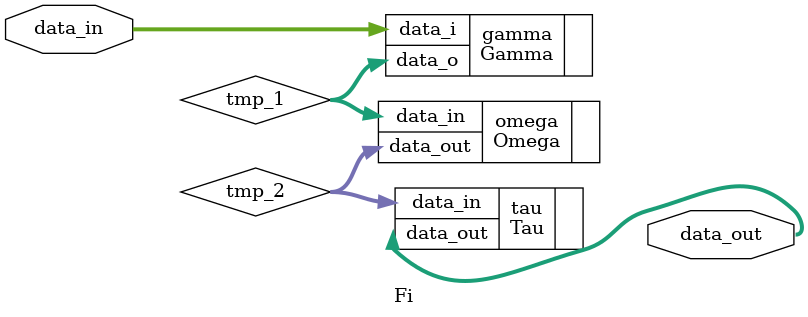
<source format=v>
module Fi (
    input  wire [127 : 0] data_in,
    output wire [127 : 0] data_out
);
wire [127:0] tmp_1;
wire [127:0] tmp_2;

Gamma gamma(.data_o(tmp_1),.data_i(data_in));
Omega omega(.data_out(tmp_2),.data_in(tmp_1));
Tau tau(.data_out(data_out),.data_in(tmp_2));

endmodule
</source>
